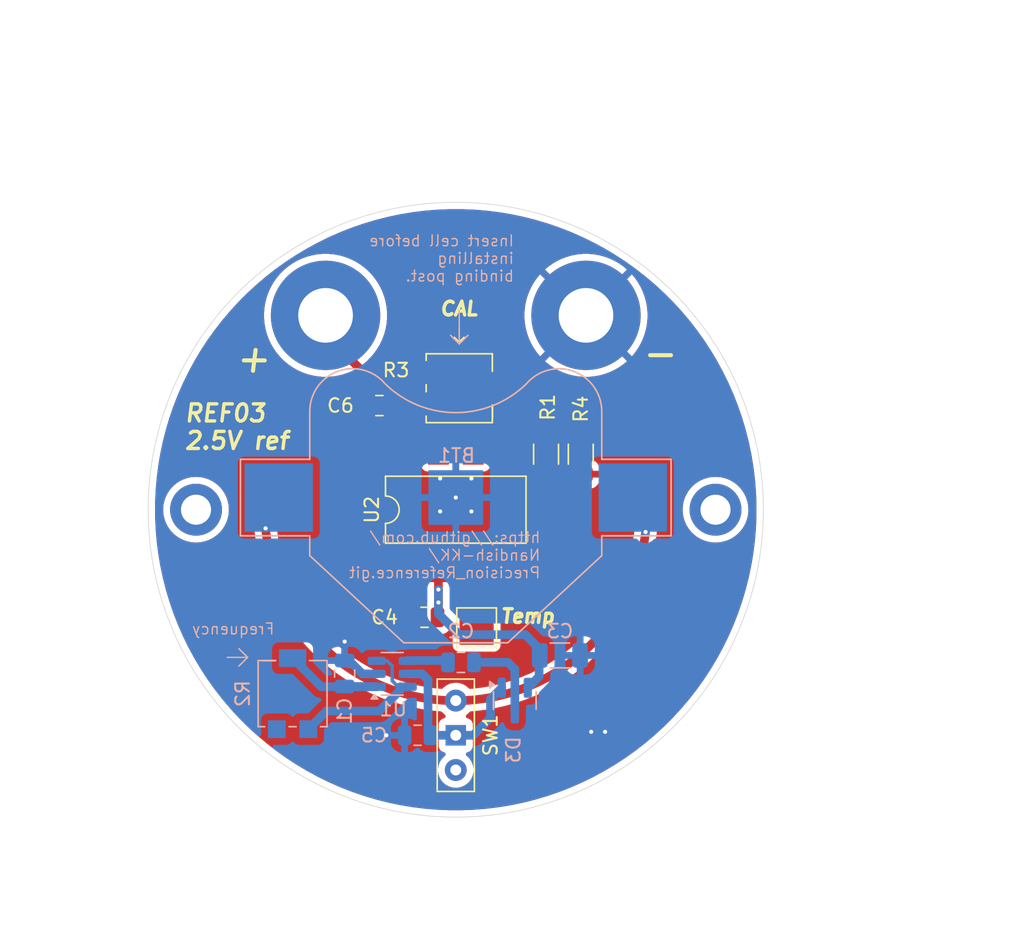
<source format=kicad_pcb>
(kicad_pcb (version 20241229) (generator "pcbnew") (generator_version "9.0")
  (layers (0 "F.Cu" signal) (2 "B.Cu" signal) (13 "F.Paste" user) (15 "B.Paste" user) (5 "F.SilkS" user "F.Silkscreen") (7 "B.SilkS" user "B.Silkscreen") (1 "F.Mask" user) (3 "B.Mask" user) (25 "Edge.Cuts" user))
  (net 0 "")
  (net 1 "GND")
  (net 2 "Net-(BT1-+)")
  (net 3 "Net-(U1-1A)")
  (net 4 "Net-(U1-2Y)")
  (net 5 "/5p2 V")
  (net 6 "+3V0")
  (net 7 "Net-(U2-VOUT)")
  (net 8 "Net-(U2-TRIM)")
  (net 9 "Net-(R1-Pad2)")
  (net 10 "/1Y")
  (net 11 "Net-(U2-TEMP)")
  (net 15 "Net-(D3-COM)")
  (footprint "Button_Switch_THT:SW_Slide-03_Wuerth-WS-SLTV_10x2.5x6.4_P2.54mm" (layer "F.Cu") (at 0 16.51 -90)
    (property "Reference" "SW1" (at 0 -2.54 90) (layer "F.SilkS"))
    (property "Value" "SW_SPST")
    (fp_poly (pts (xy -4.11 -1.36) (xy 4.11 -1.36) (xy 4.11 1.36) (xy -4.11 1.36)) (stroke (width 0.12)) (fill no) (layer "F.SilkS"))
    (pad "1" thru_hole rect (at 0 0 270) (size 1.5 1.5) (drill 0.8) (layers "*.Cu" "*.Mask") (net 6 "+3V0"))
    (pad "2" thru_hole circle (at -2.54 0 270) (size 1.6 1.6) (drill 0.8) (layers "*.Cu" "*.Mask") (net 2 "Net-(BT1-+)"))
    (pad "3" thru_hole circle (at 2.54 0 270) (size 1.6 1.6) (drill 0.8) (layers "*.Cu" "*.Mask"))
  )
  (footprint "Resistor_SMD:R_1206_3216Metric" (layer "F.Cu") (at 6.604 -4.064 90)
    (property "Reference" "R1" (at 3.429 0.127 270) (layer "F.SilkS"))
    (property "Value" "470k")
    (fp_line (start -0.727064 -0.91) (end 0.727064 -0.91) (stroke (width 0.12)) (layer "F.SilkS"))
    (fp_line (start -0.727064 0.91) (end 0.727064 0.91) (stroke (width 0.12)) (layer "F.SilkS"))
    (pad "1" smd roundrect (at -1.4625 0 90) (size 1.125 1.75) (layers "F.Cu" "F.Mask" "F.Paste") (roundrect_rratio 0.222222) (net 8 "Net-(U2-TRIM)"))
    (pad "2" smd roundrect (at 1.4625 0 90) (size 1.125 1.75) (layers "F.Cu" "F.Mask" "F.Paste") (roundrect_rratio 0.222222) (net 9 "Net-(R1-Pad2)"))
  )
  (footprint "MountingHole:MountingHole_2.2mm_M2_DIN965_Pad" (layer "F.Cu") (at 19 0)
    (property "Reference" "H2" (hide yes))
    (property "Value" "MountingHole_2.2mm_M2_DIN965_Pad")
    (pad "1" thru_hole circle (at 0 0) (size 3.8 3.8) (drill 2.2) (layers "*.Cu" "*.Mask"))
  )
  (footprint "Capacitor_SMD:C_0805_2012Metric" (layer "F.Cu") (at -5.588 -7.62)
    (property "Reference" "C6" (at -2.8448 0 0) (layer "F.SilkS"))
    (property "Value" "100nF")
    (fp_line (start -0.261253 -0.735) (end 0.261253 -0.735) (stroke (width 0.12)) (layer "F.SilkS"))
    (fp_line (start -0.261253 0.735) (end 0.261253 0.735) (stroke (width 0.12)) (layer "F.SilkS"))
    (pad "1" smd roundrect (at -0.949999 0) (size 1 1.45) (layers "F.Cu" "F.Mask" "F.Paste") (net 1 "GND"))
    (pad "2" smd roundrect (at 0.949999 0) (size 1 1.45) (layers "F.Cu" "F.Mask" "F.Paste") (net 7 "Net-(U2-VOUT)"))
  )
  (footprint "Potentiometer_SMD:Potentiometer_Bourns_3214G_Horizontal" (layer "F.Cu") (at 0.254 -8.89 180)
    (property "Reference" "R3" (at 4.6228 1.3208 0) (layer "F.SilkS"))
    (property "Value" "10k")
    (fp_line (start 2.42 2.04) (end 2.42 2.52) (stroke (width 0.12)) (layer "F.SilkS"))
    (fp_line (start 2.42 -0.26) (end 2.42 0.26) (stroke (width 0.12)) (layer "F.SilkS"))
    (fp_line (start 2.42 -2.52) (end 2.42 -2.04) (stroke (width 0.12)) (layer "F.SilkS"))
    (fp_line (start -2.42 2.52) (end 2.42 2.52) (stroke (width 0.12)) (layer "F.SilkS"))
    (fp_line (start -2.42 1.24) (end -2.42 2.52) (stroke (width 0.12)) (layer "F.SilkS"))
    (fp_line (start -2.42 -2.14) (end -2.42 -1.24) (stroke (width 0.12)) (layer "F.SilkS"))
    (fp_line (start -2.42 -2.14) (end -2.42 -1.24) (stroke (width 0.12)) (layer "F.SilkS"))
    (fp_line (start -2.42 -2.14) (end -2.42 -2.14) (stroke (width 0.12)) (layer "F.SilkS"))
    (fp_line (start -2.42 -2.52) (end 2.42 -2.52) (stroke (width 0.12)) (layer "F.SilkS"))
    (fp_line (start -2.42 -2.52) (end -2.42 -1.24) (stroke (width 0.12)) (layer "F.SilkS"))
    (pad "1" smd rect (at 2.6 -1.15 180) (size 1.3 1.3) (layers "F.Cu" "F.Mask" "F.Paste") (net 7 "Net-(U2-VOUT)"))
    (pad "2" smd rect (at -2.6 0 180) (size 1.3 2) (layers "F.Cu" "F.Mask" "F.Paste") (net 9 "Net-(R1-Pad2)"))
    (pad "3" smd rect (at 2.6 1.15 180) (size 1.3 1.3) (layers "F.Cu" "F.Mask" "F.Paste"))
  )
  (footprint "Capacitor_SMD:C_0805_2012Metric" (layer "F.Cu") (at -2.286 7.874)
    (property "Reference" "C4" (at -2.921 0 0) (layer "F.SilkS"))
    (property "Value" "100nF")
    (fp_line (start -0.261252 -0.735) (end 0.261252 -0.735) (stroke (width 0.12)) (layer "F.SilkS"))
    (fp_line (start -0.261252 0.735) (end 0.261252 0.735) (stroke (width 0.12)) (layer "F.SilkS"))
    (pad "1" smd roundrect (at -0.95 0) (size 1 1.45) (layers "F.Cu" "F.Mask" "F.Paste") (net 1 "GND"))
    (pad "2" smd roundrect (at 0.95 0) (size 1 1.45) (layers "F.Cu" "F.Mask" "F.Paste") (net 5 "/5p2 V"))
  )
  (footprint "Package_DIP:PowerIntegrations_SMD-8" (layer "F.Cu") (at 0 0 90)
    (property "Reference" "U2" (at 0 -6.14 90) (layer "F.SilkS"))
    (property "Value" "REF03GP")
    (fp_line (start 2.45 -5.14) (end 1 -5.14) (stroke (width 0.12)) (layer "F.SilkS"))
    (fp_line (start -1 -5.14) (end -2.45 -5.14) (stroke (width 0.12)) (layer "F.SilkS"))
    (fp_line (start -2.45 -5.14) (end -2.45 5.14) (stroke (width 0.12)) (layer "F.SilkS"))
    (fp_line (start 2.45 5.14) (end 2.45 -5.14) (stroke (width 0.12)) (layer "F.SilkS"))
    (fp_line (start -2.45 5.14) (end 2.45 5.14) (stroke (width 0.12)) (layer "F.SilkS"))
    (fp_arc (start 1 -5.14) (mid 0 -4.14) (end -1 -5.14) (stroke (width 0.12)) (layer "F.SilkS"))
    (pad "1" smd rect (at -4.3 -3.81 90) (size 2 1.17) (layers "F.Cu" "F.Mask" "F.Paste"))
    (pad "2" smd rect (at -4.3 -1.27 90) (size 2 1.52) (layers "F.Cu" "F.Mask" "F.Paste") (net 5 "/5p2 V"))
    (pad "3" smd rect (at -4.3 1.27 90) (size 2 1.52) (layers "F.Cu" "F.Mask" "F.Paste") (net 11 "Net-(U2-TEMP)"))
    (pad "4" smd rect (at -4.3 3.81 90) (size 2 1.17) (layers "F.Cu" "F.Mask" "F.Paste") (net 1 "GND"))
    (pad "5" smd rect (at 4.3 3.81 90) (size 2 1.17) (layers "F.Cu" "F.Mask" "F.Paste") (net 8 "Net-(U2-TRIM)"))
    (pad "6" smd rect (at 4.3 1.27 90) (size 2 1.52) (layers "F.Cu" "F.Mask" "F.Paste") (net 7 "Net-(U2-VOUT)"))
    (pad "7" smd rect (at 4.3 -1.27 90) (size 2 1.52) (layers "F.Cu" "F.Mask" "F.Paste"))
    (pad "8" smd rect (at 4.3 -3.81 90) (size 2 1.17) (layers "F.Cu" "F.Mask" "F.Paste"))
  )
  (footprint "Resistor_SMD:R_1206_3216Metric" (layer "F.Cu") (at 9.144 -4.064 90)
    (property "Reference" "R4" (at 3.302 0 270) (layer "F.SilkS"))
    (property "Value" "1k")
    (fp_line (start -0.727064 -0.91) (end 0.727064 -0.91) (stroke (width 0.12)) (layer "F.SilkS"))
    (fp_line (start -0.727064 0.91) (end 0.727064 0.91) (stroke (width 0.12)) (layer "F.SilkS"))
    (pad "1" smd roundrect (at -1.4625 0 90) (size 1.125 1.75) (layers "F.Cu" "F.Mask" "F.Paste") (roundrect_rratio 0.222222) (net 1 "GND"))
    (pad "2" smd roundrect (at 1.4625 0 90) (size 1.125 1.75) (layers "F.Cu" "F.Mask" "F.Paste") (roundrect_rratio 0.222222) (net 9 "Net-(R1-Pad2)"))
  )
  (footprint "TestPoint:TestPoint_Loop_D2.50mm_Drill1.0mm" (layer "F.Cu") (at 9.525 -14.224)
    (property "Reference" "TP4" (hide yes))
    (property "Value" "GND")
    (fp_circle (center 0 0) (end 1.5 0) (stroke (width 0.12)) (fill no) (layer "F.SilkS"))
    (pad "1" thru_hole circle (at 0 0) (size 8 8) (drill 4) (layers "*.Cu" "*.Mask") (net 1 "GND"))
  )
  (footprint "TestPoint:TestPoint_Loop_D2.50mm_Drill1.0mm" (layer "F.Cu") (at -9.525 -14.224 45)
    (property "Reference" "TP1" (hide yes))
    (property "Value" "REF_OUT")
    (fp_circle (center 0 0) (end 1.5 0) (stroke (width 0.12)) (fill no) (layer "F.SilkS"))
    (pad "1" thru_hole circle (at 0 0 45) (size 8 8) (drill 4) (layers "*.Cu" "*.Mask") (net 7 "Net-(U2-VOUT)"))
  )
  (footprint "MountingHole:MountingHole_2.2mm_M2_DIN965_Pad" (layer "F.Cu") (at -19 0)
    (property "Reference" "H1" (hide yes))
    (property "Value" "MountingHole_2.2mm_M2_DIN965_Pad")
    (pad "1" thru_hole circle (at 0 0) (size 3.8 3.8) (drill 2.2) (layers "*.Cu" "*.Mask"))
  )
  (footprint "TestPoint:TestPoint_Pad_2.5x2.5mm" (layer "F.Cu") (at 1.524 8.636)
    (property "Reference" "TP2" (hide yes))
    (property "Value" "TEMP")
    (fp_line (start -1.45 -1.45) (end 1.45 -1.45) (stroke (width 0.12)) (layer "F.SilkS"))
    (fp_line (start -1.45 1.45) (end -1.45 -1.45) (stroke (width 0.12)) (layer "F.SilkS"))
    (fp_line (start 1.45 -1.45) (end 1.45 1.45) (stroke (width 0.12)) (layer "F.SilkS"))
    (fp_line (start 1.45 1.45) (end -1.45 1.45) (stroke (width 0.12)) (layer "F.SilkS"))
    (pad "1" smd rect (at 0 0) (size 2.5 2.5) (layers "F.Cu" "F.Mask") (net 11 "Net-(U2-TEMP)"))
  )
  (footprint "Package_TO_SOT_SMD:SOT-23" (layer "B.Cu") (at 4.318 13.97 -90)
    (property "Reference" "D3" (at 3.6068 0.1016 90) (layer "B.SilkS") (effects (justify mirror)))
    (property "Value" "BAT54S")
    (fp_line (start 0 1.560001) (end -0.65 1.56) (stroke (width 0.12)) (layer "B.SilkS"))
    (fp_line (start 0 1.560001) (end 0.65 1.56) (stroke (width 0.12)) (layer "B.SilkS"))
    (fp_line (start 0 -1.560001) (end -0.65 -1.56) (stroke (width 0.12)) (layer "B.SilkS"))
    (fp_line (start 0 -1.560001) (end 0.65 -1.56) (stroke (width 0.12)) (layer "B.SilkS"))
    (fp_poly (pts (xy -1.1625 1.51) (xy -1.4025 1.84) (xy -0.9225 1.839999) (xy -1.1625 1.51)) (stroke (width 0.12)) (fill yes) (layer "B.SilkS"))
    (pad "1" smd roundrect (at -0.9375 0.95 270) (size 1.475 0.6) (layers "B.Cu" "B.Mask" "B.Paste") (net 6 "+3V0"))
    (pad "2" smd roundrect (at -0.9375 -0.95 270) (size 1.475 0.6) (layers "B.Cu" "B.Mask" "B.Paste") (net 5 "/5p2 V"))
    (pad "3" smd roundrect (at 0.937501 0 270) (size 1.475 0.6) (layers "B.Cu" "B.Mask" "B.Paste") (net 15 "Net-(D3-COM)"))
  )
  (footprint "Battery:BatteryHolder_Multicomp_BC-2001_1x2032" (layer "B.Cu") (at 0 -0.889 180)
    (property "Reference" "BT1" (at -0.0508 3.0734 0) (layer "B.SilkS") (effects (justify mirror)))
    (property "Value" "Battery_Cell")
    (fp_line (start 15.75 2.8) (end 10.68 2.8) (stroke (width 0.12)) (layer "B.SilkS"))
    (fp_line (start 15.75 -2.8) (end 15.75 2.8) (stroke (width 0.12)) (layer "B.SilkS"))
    (fp_line (start 10.68 2.8) (end 10.68 6.35) (stroke (width 0.12)) (layer "B.SilkS"))
    (fp_line (start 10.68 -2.8) (end 15.75 -2.8) (stroke (width 0.12)) (layer "B.SilkS"))
    (fp_line (start 10.68 -2.8) (end 10.68 -4.25) (stroke (width 0.12)) (layer "B.SilkS"))
    (fp_line (start 10.68 -4.25) (end 3.8 -10.63) (stroke (width 0.12)) (layer "B.SilkS"))
    (fp_line (start 3.8 -10.63) (end -3.8 -10.63) (stroke (width 0.12)) (layer "B.SilkS"))
    (fp_line (start -10.68 2.8) (end -10.68 6.28) (stroke (width 0.12)) (layer "B.SilkS"))
    (fp_line (start -10.68 -2.8) (end -10.68 -4.25) (stroke (width 0.12)) (layer "B.SilkS"))
    (fp_line (start -10.68 -4.25) (end -3.8 -10.63) (stroke (width 0.12)) (layer "B.SilkS"))
    (fp_line (start -15.75 2.8) (end -10.68 2.8) (stroke (width 0.12)) (layer "B.SilkS"))
    (fp_line (start -15.75 -2.8) (end -10.68 -2.8) (stroke (width 0.12)) (layer "B.SilkS"))
    (fp_line (start -15.75 -2.8) (end -15.75 2.8) (stroke (width 0.12)) (layer "B.SilkS"))
    (fp_arc (start 10.68 6.3) (mid 8.734461 9.197232) (end 5.316452 8.492753) (stroke (width 0.12)) (layer "B.SilkS"))
    (fp_arc (start -5.169999 8.330001) (mid 0.096808 6.218103) (end 5.306422 8.467392) (stroke (width 0.12)) (layer "B.SilkS"))
    (fp_arc (start -5.180001 8.339999) (mid -8.637972 9.23169) (end -10.677058 6.3) (stroke (width 0.12)) (layer "B.SilkS"))
    (pad "1" smd rect (at -12.95 0 180) (size 5 5) (layers "B.Cu" "B.Mask" "B.Paste") (net 2 "Net-(BT1-+)"))
    (pad "1" smd rect (at 12.95 0 180) (size 5 5) (layers "B.Cu" "B.Mask" "B.Paste") (net 2 "Net-(BT1-+)"))
    (pad "2" smd rect (at 0 0 180) (size 4 4) (layers "B.Cu" "B.Mask" "B.Paste") (net 1 "GND"))
  )
  (footprint "Capacitor_SMD:C_0805_2012Metric" (layer "B.Cu") (at -8.128 11.9888 90)
    (property "Reference" "C1" (at -2.7432 0 90) (layer "B.SilkS") (effects (justify mirror)))
    (property "Value" "100nF")
    (fp_line (start -0.261253 -0.735) (end 0.261253 -0.735) (stroke (width 0.12)) (layer "B.SilkS"))
    (fp_line (start -0.261253 0.735) (end 0.261253 0.735) (stroke (width 0.12)) (layer "B.SilkS"))
    (pad "1" smd roundrect (at -0.949999 0 90) (size 1 1.45) (layers "B.Cu" "B.Mask" "B.Paste") (net 3 "Net-(U1-1A)"))
    (pad "2" smd roundrect (at 0.949999 0 90) (size 1 1.45) (layers "B.Cu" "B.Mask" "B.Paste") (net 1 "GND"))
  )
  (footprint "Capacitor_SMD:C_0805_2012Metric" (layer "B.Cu") (at -2.794 16.51)
    (property "Reference" "C5" (at -3.175 0 0) (layer "B.SilkS") (effects (justify mirror)))
    (property "Value" "100nF")
    (fp_line (start -0.261253 -0.735) (end 0.261253 -0.735) (stroke (width 0.12)) (layer "B.SilkS"))
    (fp_line (start -0.261253 0.735) (end 0.261253 0.735) (stroke (width 0.12)) (layer "B.SilkS"))
    (pad "1" smd roundrect (at -0.949999 0) (size 1 1.45) (layers "B.Cu" "B.Mask" "B.Paste") (net 1 "GND"))
    (pad "2" smd roundrect (at 0.949999 0) (size 1 1.45) (layers "B.Cu" "B.Mask" "B.Paste") (net 6 "+3V0"))
  )
  (footprint "Package_TO_SOT_SMD:SOT-23-6" (layer "B.Cu") (at -4.649601 12.013026)
    (property "Reference" "U1" (at 0.077601 2.591974 0) (layer "B.SilkS") (effects (justify mirror)))
    (property "Value" "SN74LVC2G14DBV")
    (fp_line (start 0 -1.560001) (end -0.8 -1.56) (stroke (width 0.12)) (layer "B.SilkS"))
    (fp_line (start 0 -1.560001) (end 0.8 -1.56) (stroke (width 0.12)) (layer "B.SilkS"))
    (fp_line (start 0 1.560001) (end -0.8 1.56) (stroke (width 0.12)) (layer "B.SilkS"))
    (fp_line (start 0 1.560001) (end 0.8 1.56) (stroke (width 0.12)) (layer "B.SilkS"))
    (fp_poly (pts (xy -1.3 1.51) (xy -1.54 1.84) (xy -1.06 1.84) (xy -1.3 1.51)) (stroke (width 0.12)) (fill yes) (layer "B.SilkS"))
    (pad "1" smd roundrect (at -1.1375 0.949999) (size 1.325 0.6) (layers "B.Cu" "B.Mask" "B.Paste") (net 3 "Net-(U1-1A)"))
    (pad "2" smd roundrect (at -1.1375 0) (size 1.325 0.6) (layers "B.Cu" "B.Mask" "B.Paste") (net 1 "GND"))
    (pad "3" smd roundrect (at -1.1375 -0.949999) (size 1.325 0.6) (layers "B.Cu" "B.Mask" "B.Paste") (net 10 "/1Y"))
    (pad "4" smd roundrect (at 1.1375 -0.949999) (size 1.325 0.6) (layers "B.Cu" "B.Mask" "B.Paste") (net 4 "Net-(U1-2Y)"))
    (pad "5" smd roundrect (at 1.1375 0) (size 1.325 0.6) (layers "B.Cu" "B.Mask" "B.Paste") (net 6 "+3V0"))
    (pad "6" smd roundrect (at 1.1375 0.949999) (size 1.325 0.6) (layers "B.Cu" "B.Mask" "B.Paste") (net 10 "/1Y"))
  )
  (footprint "Potentiometer_SMD:Potentiometer_Bourns_3214G_Horizontal" (layer "B.Cu") (at -11.938 13.462 -90)
    (property "Reference" "R2" (at 0 3.65 90) (layer "B.SilkS") (effects (justify mirror)))
    (property "Value" "10k")
    (fp_line (start -2.419999 2.52) (end 2.419999 2.52) (stroke (width 0.12)) (layer "B.SilkS"))
    (fp_line (start -2.419999 2.52) (end -2.42 1.24) (stroke (width 0.12)) (layer "B.SilkS"))
    (fp_line (start 2.419999 2.52) (end 2.42 2.04) (stroke (width 0.12)) (layer "B.SilkS"))
    (fp_line (start -2.42 2.14) (end -2.42 2.14) (stroke (width 0.12)) (layer "B.SilkS"))
    (fp_line (start -2.42 2.14) (end -2.42 1.24) (stroke (width 0.12)) (layer "B.SilkS"))
    (fp_line (start -2.42 2.14) (end -2.42 1.24) (stroke (width 0.12)) (layer "B.SilkS"))
    (fp_line (start 2.42 0.26) (end 2.42 -0.26) (stroke (width 0.12)) (layer "B.SilkS"))
    (fp_line (start -2.42 -1.24) (end -2.419999 -2.52) (stroke (width 0.12)) (layer "B.SilkS"))
    (fp_line (start 2.42 -2.04) (end 2.419999 -2.52) (stroke (width 0.12)) (layer "B.SilkS"))
    (fp_line (start -2.419999 -2.52) (end 2.419999 -2.52) (stroke (width 0.12)) (layer "B.SilkS"))
    (pad "1" smd rect (at 2.6 -1.15 270) (size 1.3 1.3) (layers "B.Cu" "B.Mask" "B.Paste") (net 10 "/1Y"))
    (pad "2" smd rect (at -2.600001 0 270) (size 1.3 2) (layers "B.Cu" "B.Mask" "B.Paste") (net 3 "Net-(U1-1A)"))
    (pad "3" smd rect (at 2.6 1.15 270) (size 1.3 1.3) (layers "B.Cu" "B.Mask" "B.Paste"))
  )
  (footprint "Capacitor_SMD:C_1206_3216Metric" (layer "B.Cu") (at 7.62 10.668)
    (property "Reference" "C3" (at 0 -1.778 0) (layer "B.SilkS") (effects (justify mirror)))
    (property "Value" "1uF")
    (fp_line (start -0.711252 -0.91) (end 0.711252 -0.91) (stroke (width 0.12)) (layer "B.SilkS"))
    (fp_line (start -0.711252 0.91) (end 0.711252 0.91) (stroke (width 0.12)) (layer "B.SilkS"))
    (pad "1" smd roundrect (at -1.475001 0) (size 1.15 1.8) (layers "B.Cu" "B.Mask" "B.Paste") (roundrect_rratio 0.217391) (net 5 "/5p2 V"))
    (pad "2" smd roundrect (at 1.475001 0) (size 1.15 1.8) (layers "B.Cu" "B.Mask" "B.Paste") (roundrect_rratio 0.217391) (net 1 "GND"))
  )
  (footprint "Capacitor_SMD:C_0805_2012Metric" (layer "B.Cu") (at 0.381 11.176 180)
    (property "Reference" "C2" (at 0 2.286 0) (layer "B.SilkS") (effects (justify mirror)))
    (property "Value" "470nF")
    (fp_line (start -0.261253 0.735) (end 0.261253 0.735) (stroke (width 0.12)) (layer "B.SilkS"))
    (fp_line (start -0.261253 -0.735) (end 0.261253 -0.735) (stroke (width 0.12)) (layer "B.SilkS"))
    (pad "1" smd roundrect (at -0.949999 0 180) (size 1 1.45) (layers "B.Cu" "B.Mask" "B.Paste") (net 15 "Net-(D3-COM)"))
    (pad "2" smd roundrect (at 0.949999 0 180) (size 1 1.45) (layers "B.Cu" "B.Mask" "B.Paste") (net 4 "Net-(U1-2Y)"))
  )
  (gr_arc (start 13.883484 1.633351) (mid -0.13547 13.978577) (end -13.912532 1.363973) (stroke (width 0.635)) (layer "F.Cu") (net 2))
  (gr_line (start 0.254 -12.2682) (end -0.1016 -12.6238) (stroke (width 0.1)) (layer "F.SilkS"))
  (gr_line (start 0.254 -12.2682) (end 0.6096 -12.6238) (stroke (width 0.1)) (layer "F.SilkS"))
  (gr_line (start 0.6096 -12.6238) (end 0.254 -12.2682) (stroke (width 0.1)) (layer "F.SilkS"))
  (gr_line (start 0.254 -13.335) (end 0.254 -12.2682) (stroke (width 0.1)) (layer "F.SilkS"))
  (gr_line (start -15.2273 10.8077) (end -15.8623 10.1727) (stroke (width 0.1)) (layer "B.SilkS"))
  (gr_line (start 0.254 -12.1285) (end 0.889 -12.7635) (stroke (width 0.1)) (layer "B.SilkS"))
  (gr_line (start -16.71955 10.8077) (end -15.2273 10.8077) (stroke (width 0.1)) (layer "B.SilkS"))
  (gr_line (start 0.889 -12.7635) (end 0.254 -12.1285) (stroke (width 0.1)) (layer "B.SilkS"))
  (gr_line (start -15.8623 10.1727) (end -15.2273 10.8077) (stroke (width 0.1)) (layer "B.SilkS"))
  (gr_line (start -15.2273 10.8077) (end -15.8623 11.4427) (stroke (width 0.1)) (layer "B.SilkS"))
  (gr_line (start 0.254 -12.1285) (end -0.381 -12.7635) (stroke (width 0.1)) (layer "B.SilkS"))
  (gr_line (start 0.254 -14.605) (end 0.254 -12.1285) (stroke (width 0.1)) (layer "B.SilkS"))
  (gr_line (start -0.381 -12.7635) (end 0.254 -12.1285) (stroke (width 0.1)) (layer "B.SilkS"))
  (gr_line (start -15.8623 11.4427) (end -15.2273 10.8077) (stroke (width 0.1)) (layer "B.SilkS"))
  (gr_circle (center 0 0) (end 22.5 0) (stroke (width 0.05)) (fill no) (layer "Edge.Cuts"))
  (gr_text "+" (at -16.256 -9.906 0) (layer "F.SilkS") (effects (font (size 2 2) (thickness 0.3) (italic yes)) (justify left bottom)))
  (gr_text "-\n" (at 13.462 -10.287 0) (layer "F.SilkS") (effects (font (size 2 2) (thickness 0.3) (italic yes)) (justify left bottom)))
  (gr_text "Temp" (at 3.175 8.382 0) (layer "F.SilkS") (effects (font (size 1 1) (thickness 0.25) (bold yes) (italic yes)) (justify left bottom)))
  (gr_text "REF03\n2.5V ref" (at -19.939 -4.318 0) (layer "F.SilkS") (effects (font (size 1.25 1.25) (thickness 0.25) (bold yes) (italic yes)) (justify left bottom)))
  (gr_text "CAL" (at -1.27 -14.1224 0) (layer "F.SilkS") (effects (font (size 1 1) (thickness 0.25) (bold yes) (italic yes)) (justify left bottom)))
  (gr_text "Insert cell before\ninstalling\nbinding post." (at 4.318 -16.637 0) (layer "B.SilkS") (effects (font (size 0.8 0.8) (thickness 0.1)) (justify left bottom mirror)))
  (gr_text "https://github.com/\nNandish-KK/\nPrecision_Reference.git" (at 6.2484 5.08 0) (layer "B.SilkS") (effects (font (size 0.8 0.8) (thickness 0.1)) (justify left bottom mirror)))
  (gr_text "Frequency" (at -13.208 9.1948 0) (layer "B.SilkS") (effects (font (size 0.8 0.8) (thickness 0.1)) (justify left bottom mirror)))
  (via (at -1.143 0.127) (size 0.6) (drill 0.3) (layers "F.Cu" "B.Cu") (net 1))
  (via (at -5.08 16.51) (size 0.6) (drill 0.3) (layers "F.Cu" "B.Cu") (net 1))
  (via (at 1.143 -2.286) (size 0.6) (drill 0.3) (layers "F.Cu" "B.Cu") (net 1))
  (via (at 10.922 16.256) (size 0.6) (drill 0.3) (layers "F.Cu" "B.Cu") (net 1))
  (via (at 1.143 0.127) (size 0.6) (drill 0.3) (layers "F.Cu" "B.Cu") (net 1))
  (via (at 9.906 16.256) (size 0.6) (drill 0.3) (layers "F.Cu" "B.Cu") (net 1))
  (via (at -1.143 -2.286) (size 0.6) (drill 0.3) (layers "F.Cu" "B.Cu") (net 1))
  (via (at 0 -0.889) (size 0.6) (drill 0.3) (layers "F.Cu" "B.Cu") (net 1))
  (via (at -8.128 9.652) (size 0.6) (drill 0.3) (layers "F.Cu" "B.Cu") (net 1))
  (segment (start -6.818077 12.013026) (end -6.83168 12.013026) (width 0.635) (layer "B.Cu") (net 1))
  (segment (start -7.805905 11.038801) (end -7.805905 11.293675) (width 0.635) (layer "B.Cu") (net 1))
  (segment (start -6.83168 12.013026) (end -7.805905 11.038801) (width 0.635) (layer "B.Cu") (net 1))
  (segment (start -5.787101 12.013026) (end -6.818077 12.013026) (width 0.635) (layer "B.Cu") (net 1))
  (via (at -13.912532 1.363973) (size 0.6) (drill 0.3) (layers "F.Cu" "B.Cu") (net 2))
  (via (at 13.883484 1.633351) (size 0.6) (drill 0.3) (layers "F.Cu" "B.Cu") (net 2))
  (segment (start -9.845999 12.954) (end -11.938 10.861999) (width 0.635) (layer "B.Cu") (net 3))
  (segment (start -5.787101 12.963025) (end -7.830131 12.963025) (width 0.635) (layer "B.Cu") (net 3))
  (segment (start -5.811327 12.938799) (end -5.787101 12.963025) (width 0.635) (layer "B.Cu") (net 3))
  (segment (start -7.805905 12.938799) (end -5.811327 12.938799) (width 0.635) (layer "B.Cu") (net 3))
  (segment (start -7.839156 12.954) (end -9.845999 12.954) (width 0.635) (layer "B.Cu") (net 3))
  (segment (start -7.830131 12.963025) (end -7.839156 12.954) (width 0.635) (layer "B.Cu") (net 3))
  (segment (start -3.512101 11.063027) (end -3.461988 11.012914) (width 0.254) (layer "B.Cu") (net 4))
  (segment (start -3.512101 11.063027) (end -3.487179 11.038105) (width 0.635) (layer "B.Cu") (net 4))
  (segment (start -0.706894 11.038105) (end -0.568999 11.176) (width 0.635) (layer "B.Cu") (net 4))
  (segment (start -3.487179 11.038105) (end -0.706894 11.038105) (width 0.635) (layer "B.Cu") (net 4))
  (segment (start -1.27 7.808) (end -1.27 6.792) (width 0.635) (layer "F.Cu") (net 5))
  (segment (start -1.27 5.842) (end -1.27 6.792) (width 0.635) (layer "F.Cu") (net 5))
  (segment (start -1.27 4.3) (end -1.27 6.792) (width 0.254) (layer "F.Cu") (net 5))
  (segment (start -1.336 7.874) (end -1.27 7.808) (width 0.635) (layer "F.Cu") (net 5))
  (segment (start -1.27 5.842) (end -1.27 4.3) (width 0.635) (layer "F.Cu") (net 5))
  (via (at -1.27 5.842) (size 0.6) (drill 0.3) (layers "F.Cu" "B.Cu") (net 5))
  (via (at -1.27 6.792) (size 0.6) (drill 0.3) (layers "F.Cu" "B.Cu") (net 5))
  (segment (start -1.27 5.842) (end -1.27 7.62) (width 0.635) (layer "B.Cu") (net 5))
  (segment (start 5.08 9.144) (end 6.096 10.16) (width 0.635) (layer "B.Cu") (net 5))
  (segment (start 6.096 10.16) (end 6.096 12.2045) (width 0.635) (layer "B.Cu") (net 5))
  (segment (start 6.096 12.2045) (end 5.268 13.0325) (width 0.635) (layer "B.Cu") (net 5))
  (segment (start 0.254 9.144) (end 5.08 9.144) (width 0.635) (layer "B.Cu") (net 5))
  (segment (start -1.27 7.62) (end 0.254 9.144) (width 0.635) (layer "B.Cu") (net 5))
  (segment (start -2.032 16.322001) (end -2.032 12.446) (width 0.635) (layer "B.Cu") (net 6))
  (segment (start -2.464974 12.013026) (end -3.512101 12.013026) (width 0.635) (layer "B.Cu") (net 6))
  (segment (start -2.032 12.446) (end -2.286 12.192) (width 0.635) (layer "B.Cu") (net 6))
  (segment (start -1.844001 16.51) (end -2.032 16.322001) (width 0.635) (layer "B.Cu") (net 6))
  (segment (start -2.286 12.192) (end -2.464974 12.013026) (width 0.635) (layer "B.Cu") (net 6))
  (segment (start 0 16.51) (end 1.27 16.51) (width 0.635) (layer "B.Cu") (net 6))
  (segment (start 0 16.51) (end -1.844001 16.51) (width 0.635) (layer "B.Cu") (net 6))
  (segment (start 1.27 16.51) (end 2.54 15.24) (width 0.635) (layer "B.Cu") (net 6))
  (segment (start 2.54 15.24) (end 2.54 13.8605) (width 0.635) (layer "B.Cu") (net 6))
  (segment (start 2.54 13.8605) (end 3.368 13.0325) (width 0.635) (layer "B.Cu") (net 6))
  (segment (start -7.5 -10.802) (end -4.318 -7.62) (width 0.635) (layer "F.Cu") (net 7))
  (segment (start 0.508 -7.62) (end 1.27 -6.858) (width 0.635) (layer "F.Cu") (net 7))
  (segment (start -4.318 -7.62) (end 0.508 -7.62) (width 0.635) (layer "F.Cu") (net 7))
  (segment (start -7.5 -13.462) (end -7.5 -10.802) (width 0.635) (layer "F.Cu") (net 7))
  (segment (start 1.27 -6.858) (end 1.27 -4.3) (width 0.635) (layer "F.Cu") (net 7))
  (segment (start 4.046 -4.064) (end 3.81 -4.3) (width 0.635) (layer "F.Cu") (net 8))
  (segment (start 6.604 -2.6015) (end 6.604 -3.556) (width 0.635) (layer "F.Cu") (net 8))
  (segment (start 6.604 -3.556) (end 6.096 -4.064) (width 0.635) (layer "F.Cu") (net 8))
  (segment (start 6.096 -4.064) (end 4.046 -4.064) (width 0.635) (layer "F.Cu") (net 8))
  (segment (start 2.854 -8.89) (end 2.854 -8.83) (width 0.635) (layer "F.Cu") (net 9))
  (segment (start 6.604 -5.5265) (end 9.144 -5.5265) (width 0.635) (layer "F.Cu") (net 9))
  (segment (start 6.1575 -5.5265) (end 7.112 -5.5265) (width 0.635) (layer "F.Cu") (net 9))
  (segment (start 2.854 -8.83) (end 6.1575 -5.5265) (width 0.635) (layer "F.Cu") (net 9))
  (segment (start -9.458 14.732) (end -10.788 16.062) (width 0.635) (layer "B.Cu") (net 10))
  (segment (start -4.064 13.208) (end -5.588 14.732) (width 0.635) (layer "B.Cu") (net 10))
  (segment (start -4.649601 11.448666) (end -4.649601 12.526296) (width 0.254) (layer "B.Cu") (net 10))
  (segment (start -5.588 14.732) (end -9.458 14.732) (width 0.635) (layer "B.Cu") (net 10))
  (segment (start -4.064 12.963025) (end -4.064 13.208) (width 0.635) (layer "B.Cu") (net 10))
  (segment (start -5.787101 11.063027) (end -5.03524 11.063027) (width 0.254) (layer "B.Cu") (net 10))
  (segment (start -3.512101 12.963025) (end -4.064 12.963025) (width 0.635) (layer "B.Cu") (net 10))
  (segment (start -5.03524 11.063027) (end -4.649601 11.448666) (width 0.254) (layer "B.Cu") (net 10))
  (segment (start -4.649601 12.526296) (end -4.212872 12.963025) (width 0.254) (layer "B.Cu") (net 10))
  (segment (start -4.212872 12.963025) (end -3.512101 12.963025) (width 0.254) (layer "B.Cu") (net 10))
  (segment (start 1.524 4.554) (end 1.27 4.3) (width 0.635) (layer "F.Cu") (net 11))
  (segment (start 1.524 8.636) (end 1.524 4.554) (width 0.635) (layer "F.Cu") (net 11))
  (segment (start 1.340955 11.166044) (end 1.330999 11.176) (width 0.635) (layer "B.Cu") (net 15))
  (segment (start 4.318 14.907501) (end 4.318 11.684) (width 0.635) (layer "B.Cu") (net 15))
  (segment (start 3.800044 11.166044) (end 1.340955 11.166044) (width 0.635) (layer "B.Cu") (net 15))
  (segment (start 4.318 11.684) (end 3.800044 11.166044) (width 0.635) (layer "B.Cu") (net 15))
  (zone (net 1) (net_name "GND") (layers "F.Cu" "B.Cu") (connect_pads (clearance 0.5)) (min_thickness 0.3) (fill yes (thermal_gap 0.5) (thermal_bridge_width 0.5))
    (polygon (pts (xy 28.333125 -1.41889) (xy 28.293499 -2.477929) (xy 28.214302 -3.534745) (xy 28.095644 -4.587862) (xy 27.937692 -5.635805) (xy 27.740666 -6.677109) (xy 27.504843 -7.710318) (xy 27.230552 -8.733987) (xy 26.918176 -9.746684) (xy 26.568153 -10.746992) (xy 26.180972 -11.733514) (xy 25.757175 -12.704868) (xy 25.297353 -13.659697) (xy 24.802151 -14.596665) (xy 24.272261 -15.514461) (xy 23.708424 -16.411802) (xy 23.111429 -17.287433) (xy 22.48211 -18.14013) (xy 21.821348 -18.968699) (xy 21.130067 -19.771983) (xy 20.409234 -20.548856) (xy 19.659856 -21.298234) (xy 18.882983 -22.019067) (xy 18.079699 -22.710348) (xy 17.25113 -23.37111) (xy 16.398433 -24.000429) (xy 15.522802 -24.597424) (xy 14.625461 -25.161261) (xy 13.707665 -25.691151) (xy 12.770697 -26.186353) (xy 11.815868 -26.646175) (xy 10.844514 -27.069972) (xy 9.857992 -27.457153) (xy 8.857684 -27.807176) (xy 7.844987 -28.119552) (xy 6.821318 -28.393843) (xy 5.788109 -28.629666) (xy 4.746805 -28.826692) (xy 3.698862 -28.984644) (xy 2.645745 -29.103302) (xy 1.588929 -29.182499) (xy 0.52989 -29.222125) (xy -0.52989 -29.222125) (xy -1.588929 -29.182499) (xy -2.645745 -29.103302) (xy -3.698862 -28.984644) (xy -4.746805 -28.826692) (xy -5.788109 -28.629666) (xy -6.821318 -28.393843) (xy -7.844987 -28.119552) (xy -8.857684 -27.807176) (xy -9.857992 -27.457153) (xy -10.844514 -27.069972) (xy -11.815868 -26.646175) (xy -12.770697 -26.186353) (xy -13.707665 -25.691151) (xy -14.625461 -25.161261) (xy -15.522802 -24.597424) (xy -16.398433 -24.000429) (xy -17.25113 -23.37111) (xy -18.079699 -22.710348) (xy -18.882983 -22.019067) (xy -19.659856 -21.298234) (xy -20.409234 -20.548856) (xy -21.130067 -19.771983) (xy -21.821348 -18.968699) (xy -22.48211 -18.14013) (xy -23.111429 -17.287433) (xy -23.708424 -16.411802) (xy -24.272261 -15.514461) (xy -24.802151 -14.596665) (xy -25.297353 -13.659697) (xy -25.757175 -12.704868) (xy -26.180972 -11.733514) (xy -26.568153 -10.746992) (xy -26.918176 -9.746684) (xy -27.230552 -8.733987) (xy -27.504843 -7.710318) (xy -27.740666 -6.677109) (xy -27.937692 -5.635805) (xy -28.095644 -4.587862) (xy -28.214302 -3.534745) (xy -28.293499 -2.477929) (xy -28.333125 -1.41889) (xy -28.333125 -0.35911) (xy -28.293499 0.699929) (xy -28.214302 1.756745) (xy -28.095644 2.809862) (xy -27.937692 3.857805) (xy -27.740666 4.899109) (xy -27.504843 5.932318) (xy -27.230552 6.955987) (xy -26.918176 7.968684) (xy -26.568153 8.968992) (xy -26.180972 9.955514) (xy -25.757175 10.926868) (xy -25.297353 11.881697) (xy -24.802151 12.818665) (xy -24.272261 13.736461) (xy -23.708424 14.633802) (xy -23.111429 15.509433) (xy -22.48211 16.36213) (xy -21.821348 17.190699) (xy -21.130067 17.993983) (xy -20.409234 18.770856) (xy -19.659856 19.520234) (xy -18.882983 20.241067) (xy -18.079699 20.932348) (xy -17.25113 21.59311) (xy -16.398433 22.222429) (xy -15.522802 22.819424) (xy -14.625461 23.383261) (xy -13.707665 23.913151) (xy -12.770697 24.408353) (xy -11.815868 24.868175) (xy -10.844514 25.291972) (xy -9.857992 25.679153) (xy -8.857684 26.029176) (xy -7.844987 26.341552) (xy -6.821318 26.615843) (xy -5.788109 26.851666) (xy -4.746805 27.048692) (xy -3.698862 27.206644) (xy -2.645745 27.325302) (xy -1.588929 27.404499) (xy -0.52989 27.444125) (xy 0.52989 27.444125) (xy 1.588929 27.404499) (xy 2.645745 27.325302) (xy 3.698862 27.206644) (xy 4.746805 27.048692) (xy 5.788109 26.851666) (xy 6.821318 26.615843) (xy 7.844987 26.341552) (xy 8.857684 26.029176) (xy 9.857992 25.679153) (xy 10.844514 25.291972) (xy 11.815868 24.868175) (xy 12.770697 24.408353) (xy 13.707665 23.913151) (xy 14.625461 23.383261) (xy 15.522802 22.819424) (xy 16.398433 22.222429) (xy 17.25113 21.59311) (xy 18.079699 20.932348) (xy 18.882983 20.241067) (xy 19.659856 19.520234) (xy 20.409234 18.770856) (xy 21.130067 17.993983) (xy 21.821348 17.190699) (xy 22.48211 16.36213) (xy 23.111429 15.509433) (xy 23.708424 14.633802) (xy 24.272261 13.736461) (xy 24.802151 12.818665) (xy 25.297353 11.881697) (xy 25.757175 10.926868) (xy 26.180972 9.955514) (xy 26.568153 8.968992) (xy 26.918176 7.968684) (xy 27.230552 6.955987) (xy 27.504843 5.932318) (xy 27.740666 4.899109) (xy 27.937692 3.857805) (xy 28.095644 2.809862) (xy 28.214302 1.756745) (xy 28.293499 0.699929) (xy 28.333125 -0.35911)))
  )
)
</source>
